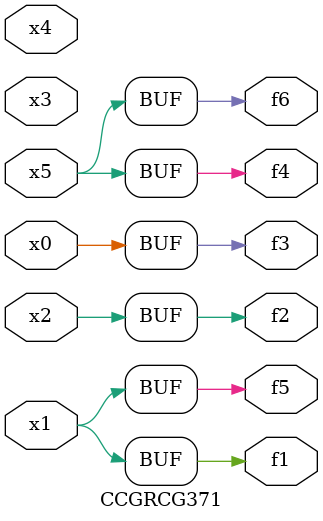
<source format=v>
module CCGRCG371(
	input x0, x1, x2, x3, x4, x5,
	output f1, f2, f3, f4, f5, f6
);
	assign f1 = x1;
	assign f2 = x2;
	assign f3 = x0;
	assign f4 = x5;
	assign f5 = x1;
	assign f6 = x5;
endmodule

</source>
